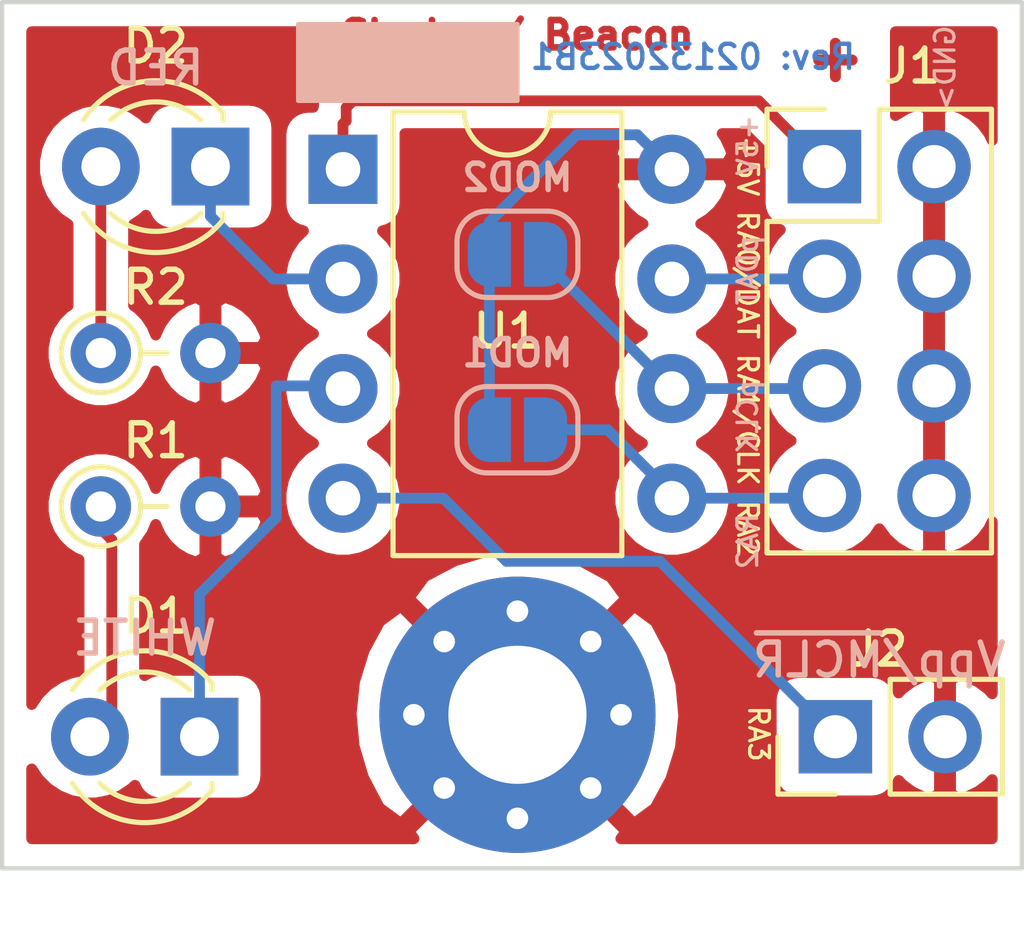
<source format=kicad_pcb>
(kicad_pcb (version 20171130) (host pcbnew "(5.1.5)-3")

  (general
    (thickness 1.6)
    (drawings 15)
    (tracks 41)
    (zones 0)
    (modules 10)
    (nets 11)
  )

  (page A4)
  (layers
    (0 F.Cu signal)
    (31 B.Cu signal)
    (32 B.Adhes user)
    (33 F.Adhes user)
    (34 B.Paste user)
    (35 F.Paste user)
    (36 B.SilkS user)
    (37 F.SilkS user)
    (38 B.Mask user)
    (39 F.Mask user)
    (40 Dwgs.User user)
    (41 Cmts.User user)
    (42 Eco1.User user)
    (43 Eco2.User user)
    (44 Edge.Cuts user)
    (45 Margin user)
    (46 B.CrtYd user)
    (47 F.CrtYd user)
    (48 B.Fab user)
    (49 F.Fab user)
  )

  (setup
    (last_trace_width 0.25)
    (trace_clearance 0.2)
    (zone_clearance 0.508)
    (zone_45_only no)
    (trace_min 0.2)
    (via_size 0.8)
    (via_drill 0.4)
    (via_min_size 0.4)
    (via_min_drill 0.3)
    (uvia_size 0.3)
    (uvia_drill 0.1)
    (uvias_allowed no)
    (uvia_min_size 0.2)
    (uvia_min_drill 0.1)
    (edge_width 0.05)
    (segment_width 0.2)
    (pcb_text_width 0.3)
    (pcb_text_size 1.5 1.5)
    (mod_edge_width 0.12)
    (mod_text_size 1 1)
    (mod_text_width 0.15)
    (pad_size 1.524 1.524)
    (pad_drill 0.762)
    (pad_to_mask_clearance 0.051)
    (solder_mask_min_width 0.25)
    (aux_axis_origin 0 0)
    (visible_elements 7FFFFFFF)
    (pcbplotparams
      (layerselection 0x010fc_ffffffff)
      (usegerberextensions false)
      (usegerberattributes false)
      (usegerberadvancedattributes false)
      (creategerberjobfile false)
      (excludeedgelayer true)
      (linewidth 0.100000)
      (plotframeref false)
      (viasonmask false)
      (mode 1)
      (useauxorigin false)
      (hpglpennumber 1)
      (hpglpenspeed 20)
      (hpglpendiameter 15.000000)
      (psnegative false)
      (psa4output false)
      (plotreference true)
      (plotvalue true)
      (plotinvisibletext false)
      (padsonsilk false)
      (subtractmaskfromsilk false)
      (outputformat 1)
      (mirror false)
      (drillshape 0)
      (scaleselection 1)
      (outputdirectory ""))
  )

  (net 0 "")
  (net 1 "Net-(D1-Pad2)")
  (net 2 "Net-(D1-Pad1)")
  (net 3 "Net-(D2-Pad2)")
  (net 4 "Net-(D2-Pad1)")
  (net 5 GND)
  (net 6 "Net-(J1-Pad3)")
  (net 7 +VDC)
  (net 8 "Net-(J2-Pad1)")
  (net 9 "Net-(J1-Pad7)")
  (net 10 "Net-(J1-Pad5)")

  (net_class Default "This is the default net class."
    (clearance 0.2)
    (trace_width 0.25)
    (via_dia 0.8)
    (via_drill 0.4)
    (uvia_dia 0.3)
    (uvia_drill 0.1)
    (add_net +VDC)
    (add_net GND)
    (add_net "Net-(D1-Pad1)")
    (add_net "Net-(D1-Pad2)")
    (add_net "Net-(D2-Pad1)")
    (add_net "Net-(D2-Pad2)")
    (add_net "Net-(J1-Pad3)")
    (add_net "Net-(J1-Pad5)")
    (add_net "Net-(J1-Pad7)")
    (add_net "Net-(J2-Pad1)")
  )

  (module MountingHole:MountingHole_3.2mm_M3_Pad_Via (layer F.Cu) (tedit 56DDBCCA) (tstamp 63FEEAA2)
    (at 115.062 103.632)
    (descr "Mounting Hole 3.2mm, M3")
    (tags "mounting hole 3.2mm m3")
    (path /63FF3BDC)
    (attr virtual)
    (fp_text reference H1 (at 0 -4.2) (layer F.SilkS) hide
      (effects (font (size 1 1) (thickness 0.15)))
    )
    (fp_text value MountingHole_Pad (at 0 4.2) (layer F.Fab)
      (effects (font (size 1 1) (thickness 0.15)))
    )
    (fp_circle (center 0 0) (end 3.45 0) (layer F.CrtYd) (width 0.05))
    (fp_circle (center 0 0) (end 3.2 0) (layer Cmts.User) (width 0.15))
    (fp_text user %R (at 0.3 0) (layer F.Fab)
      (effects (font (size 1 1) (thickness 0.15)))
    )
    (pad 1 thru_hole circle (at 1.697056 -1.697056) (size 0.8 0.8) (drill 0.5) (layers *.Cu *.Mask)
      (net 5 GND))
    (pad 1 thru_hole circle (at 0 -2.4) (size 0.8 0.8) (drill 0.5) (layers *.Cu *.Mask)
      (net 5 GND))
    (pad 1 thru_hole circle (at -1.697056 -1.697056) (size 0.8 0.8) (drill 0.5) (layers *.Cu *.Mask)
      (net 5 GND))
    (pad 1 thru_hole circle (at -2.4 0) (size 0.8 0.8) (drill 0.5) (layers *.Cu *.Mask)
      (net 5 GND))
    (pad 1 thru_hole circle (at -1.697056 1.697056) (size 0.8 0.8) (drill 0.5) (layers *.Cu *.Mask)
      (net 5 GND))
    (pad 1 thru_hole circle (at 0 2.4) (size 0.8 0.8) (drill 0.5) (layers *.Cu *.Mask)
      (net 5 GND))
    (pad 1 thru_hole circle (at 1.697056 1.697056) (size 0.8 0.8) (drill 0.5) (layers *.Cu *.Mask)
      (net 5 GND))
    (pad 1 thru_hole circle (at 2.4 0) (size 0.8 0.8) (drill 0.5) (layers *.Cu *.Mask)
      (net 5 GND))
    (pad 1 thru_hole circle (at 0 0) (size 6.4 6.4) (drill 3.2) (layers *.Cu *.Mask)
      (net 5 GND))
  )

  (module Resistor_THT:R_Axial_DIN0204_L3.6mm_D1.6mm_P2.54mm_Vertical (layer F.Cu) (tedit 5AE5139B) (tstamp 63EAA07A)
    (at 105.41 95.25)
    (descr "Resistor, Axial_DIN0204 series, Axial, Vertical, pin pitch=2.54mm, 0.167W, length*diameter=3.6*1.6mm^2, http://cdn-reichelt.de/documents/datenblatt/B400/1_4W%23YAG.pdf")
    (tags "Resistor Axial_DIN0204 series Axial Vertical pin pitch 2.54mm 0.167W length 3.6mm diameter 1.6mm")
    (path /63EB3300)
    (fp_text reference R2 (at 1.27 -1.524) (layer F.SilkS)
      (effects (font (size 0.762 0.762) (thickness 0.127)))
    )
    (fp_text value 330 (at 1.27 1.92) (layer F.Fab)
      (effects (font (size 1 1) (thickness 0.15)))
    )
    (fp_line (start 3.49 -1.05) (end -1.05 -1.05) (layer F.CrtYd) (width 0.05))
    (fp_line (start 3.49 1.05) (end 3.49 -1.05) (layer F.CrtYd) (width 0.05))
    (fp_line (start -1.05 1.05) (end 3.49 1.05) (layer F.CrtYd) (width 0.05))
    (fp_line (start -1.05 -1.05) (end -1.05 1.05) (layer F.CrtYd) (width 0.05))
    (fp_line (start 0.92 0) (end 1.54 0) (layer F.SilkS) (width 0.12))
    (fp_line (start 0 0) (end 2.54 0) (layer F.Fab) (width 0.1))
    (fp_circle (center 0 0) (end 0.92 0) (layer F.SilkS) (width 0.12))
    (fp_circle (center 0 0) (end 0.8 0) (layer F.Fab) (width 0.1))
    (pad 2 thru_hole oval (at 2.54 0) (size 1.4 1.4) (drill 0.7) (layers *.Cu *.Mask)
      (net 5 GND))
    (pad 1 thru_hole circle (at 0 0) (size 1.4 1.4) (drill 0.7) (layers *.Cu *.Mask)
      (net 3 "Net-(D2-Pad2)"))
    (model ${KISYS3DMOD}/Resistor_THT.3dshapes/R_Axial_DIN0204_L3.6mm_D1.6mm_P2.54mm_Vertical.wrl
      (at (xyz 0 0 0))
      (scale (xyz 1 1 1))
      (rotate (xyz 0 0 0))
    )
  )

  (module Resistor_THT:R_Axial_DIN0204_L3.6mm_D1.6mm_P2.54mm_Vertical (layer F.Cu) (tedit 5AE5139B) (tstamp 63EAA069)
    (at 105.41 98.806)
    (descr "Resistor, Axial_DIN0204 series, Axial, Vertical, pin pitch=2.54mm, 0.167W, length*diameter=3.6*1.6mm^2, http://cdn-reichelt.de/documents/datenblatt/B400/1_4W%23YAG.pdf")
    (tags "Resistor Axial_DIN0204 series Axial Vertical pin pitch 2.54mm 0.167W length 3.6mm diameter 1.6mm")
    (path /63EB410E)
    (fp_text reference R1 (at 1.27 -1.524) (layer F.SilkS)
      (effects (font (size 0.762 0.762) (thickness 0.127)))
    )
    (fp_text value 220 (at 1.27 1.92) (layer F.Fab)
      (effects (font (size 1 1) (thickness 0.15)))
    )
    (fp_line (start 3.49 -1.05) (end -1.05 -1.05) (layer F.CrtYd) (width 0.05))
    (fp_line (start 3.49 1.05) (end 3.49 -1.05) (layer F.CrtYd) (width 0.05))
    (fp_line (start -1.05 1.05) (end 3.49 1.05) (layer F.CrtYd) (width 0.05))
    (fp_line (start -1.05 -1.05) (end -1.05 1.05) (layer F.CrtYd) (width 0.05))
    (fp_line (start 0.92 0) (end 1.54 0) (layer F.SilkS) (width 0.12))
    (fp_line (start 0 0) (end 2.54 0) (layer F.Fab) (width 0.1))
    (fp_circle (center 0 0) (end 0.92 0) (layer F.SilkS) (width 0.12))
    (fp_circle (center 0 0) (end 0.8 0) (layer F.Fab) (width 0.1))
    (pad 2 thru_hole oval (at 2.54 0) (size 1.4 1.4) (drill 0.7) (layers *.Cu *.Mask)
      (net 5 GND))
    (pad 1 thru_hole circle (at 0 0) (size 1.4 1.4) (drill 0.7) (layers *.Cu *.Mask)
      (net 1 "Net-(D1-Pad2)"))
    (model ${KISYS3DMOD}/Resistor_THT.3dshapes/R_Axial_DIN0204_L3.6mm_D1.6mm_P2.54mm_Vertical.wrl
      (at (xyz 0 0 0))
      (scale (xyz 1 1 1))
      (rotate (xyz 0 0 0))
    )
  )

  (module Connector_PinHeader_2.54mm:PinHeader_2x04_P2.54mm_Vertical (layer F.Cu) (tedit 59FED5CC) (tstamp 63EACA7B)
    (at 122.174 90.932)
    (descr "Through hole straight pin header, 2x04, 2.54mm pitch, double rows")
    (tags "Through hole pin header THT 2x04 2.54mm double row")
    (path /63EC5C18)
    (fp_text reference J1 (at 2.032 -2.33) (layer F.SilkS)
      (effects (font (size 0.762 0.762) (thickness 0.127)))
    )
    (fp_text value ICP (at 1.27 9.95) (layer F.Fab)
      (effects (font (size 1 1) (thickness 0.15)))
    )
    (fp_line (start 4.35 -1.8) (end -1.8 -1.8) (layer F.CrtYd) (width 0.05))
    (fp_line (start 4.35 9.4) (end 4.35 -1.8) (layer F.CrtYd) (width 0.05))
    (fp_line (start -1.8 9.4) (end 4.35 9.4) (layer F.CrtYd) (width 0.05))
    (fp_line (start -1.8 -1.8) (end -1.8 9.4) (layer F.CrtYd) (width 0.05))
    (fp_line (start -1.33 -1.33) (end 0 -1.33) (layer F.SilkS) (width 0.12))
    (fp_line (start -1.33 0) (end -1.33 -1.33) (layer F.SilkS) (width 0.12))
    (fp_line (start 1.27 -1.33) (end 3.87 -1.33) (layer F.SilkS) (width 0.12))
    (fp_line (start 1.27 1.27) (end 1.27 -1.33) (layer F.SilkS) (width 0.12))
    (fp_line (start -1.33 1.27) (end 1.27 1.27) (layer F.SilkS) (width 0.12))
    (fp_line (start 3.87 -1.33) (end 3.87 8.95) (layer F.SilkS) (width 0.12))
    (fp_line (start -1.33 1.27) (end -1.33 8.95) (layer F.SilkS) (width 0.12))
    (fp_line (start -1.33 8.95) (end 3.87 8.95) (layer F.SilkS) (width 0.12))
    (fp_line (start -1.27 0) (end 0 -1.27) (layer F.Fab) (width 0.1))
    (fp_line (start -1.27 8.89) (end -1.27 0) (layer F.Fab) (width 0.1))
    (fp_line (start 3.81 8.89) (end -1.27 8.89) (layer F.Fab) (width 0.1))
    (fp_line (start 3.81 -1.27) (end 3.81 8.89) (layer F.Fab) (width 0.1))
    (fp_line (start 0 -1.27) (end 3.81 -1.27) (layer F.Fab) (width 0.1))
    (pad 8 thru_hole oval (at 2.54 7.62) (size 1.7 1.7) (drill 1) (layers *.Cu *.Mask)
      (net 5 GND))
    (pad 7 thru_hole oval (at 0 7.62) (size 1.7 1.7) (drill 1) (layers *.Cu *.Mask)
      (net 9 "Net-(J1-Pad7)"))
    (pad 6 thru_hole oval (at 2.54 5.08) (size 1.7 1.7) (drill 1) (layers *.Cu *.Mask)
      (net 5 GND))
    (pad 5 thru_hole oval (at 0 5.08) (size 1.7 1.7) (drill 1) (layers *.Cu *.Mask)
      (net 10 "Net-(J1-Pad5)"))
    (pad 4 thru_hole oval (at 2.54 2.54) (size 1.7 1.7) (drill 1) (layers *.Cu *.Mask)
      (net 5 GND))
    (pad 3 thru_hole oval (at 0 2.54) (size 1.7 1.7) (drill 1) (layers *.Cu *.Mask)
      (net 6 "Net-(J1-Pad3)"))
    (pad 2 thru_hole oval (at 2.54 0) (size 1.7 1.7) (drill 1) (layers *.Cu *.Mask)
      (net 5 GND))
    (pad 1 thru_hole rect (at 0 0) (size 1.7 1.7) (drill 1) (layers *.Cu *.Mask)
      (net 7 +VDC))
    (model ${KISYS3DMOD}/Connector_PinHeader_2.54mm.3dshapes/PinHeader_2x04_P2.54mm_Vertical.wrl
      (at (xyz 0 0 0))
      (scale (xyz 1 1 1))
      (rotate (xyz 0 0 0))
    )
  )

  (module Connector_PinHeader_2.54mm:PinHeader_1x02_P2.54mm_Vertical (layer F.Cu) (tedit 59FED5CC) (tstamp 63EABC7A)
    (at 122.428 104.14 90)
    (descr "Through hole straight pin header, 1x02, 2.54mm pitch, single row")
    (tags "Through hole pin header THT 1x02 2.54mm single row")
    (path /63EC0D2E)
    (fp_text reference J2 (at 2.032 1.016) (layer F.SilkS)
      (effects (font (size 0.762 0.762) (thickness 0.127)))
    )
    (fp_text value Vpp/~MCLR (at 1.778 1.016) (layer B.SilkS)
      (effects (font (size 0.762 0.762) (thickness 0.127)) (justify mirror))
    )
    (fp_line (start -0.635 -1.27) (end 1.27 -1.27) (layer F.Fab) (width 0.1))
    (fp_line (start 1.27 -1.27) (end 1.27 3.81) (layer F.Fab) (width 0.1))
    (fp_line (start 1.27 3.81) (end -1.27 3.81) (layer F.Fab) (width 0.1))
    (fp_line (start -1.27 3.81) (end -1.27 -0.635) (layer F.Fab) (width 0.1))
    (fp_line (start -1.27 -0.635) (end -0.635 -1.27) (layer F.Fab) (width 0.1))
    (fp_line (start -1.33 3.87) (end 1.33 3.87) (layer F.SilkS) (width 0.12))
    (fp_line (start -1.33 1.27) (end -1.33 3.87) (layer F.SilkS) (width 0.12))
    (fp_line (start 1.33 1.27) (end 1.33 3.87) (layer F.SilkS) (width 0.12))
    (fp_line (start -1.33 1.27) (end 1.33 1.27) (layer F.SilkS) (width 0.12))
    (fp_line (start -1.33 0) (end -1.33 -1.33) (layer F.SilkS) (width 0.12))
    (fp_line (start -1.33 -1.33) (end 0 -1.33) (layer F.SilkS) (width 0.12))
    (fp_line (start -1.8 -1.8) (end -1.8 4.35) (layer F.CrtYd) (width 0.05))
    (fp_line (start -1.8 4.35) (end 1.8 4.35) (layer F.CrtYd) (width 0.05))
    (fp_line (start 1.8 4.35) (end 1.8 -1.8) (layer F.CrtYd) (width 0.05))
    (fp_line (start 1.8 -1.8) (end -1.8 -1.8) (layer F.CrtYd) (width 0.05))
    (fp_text user %R (at 2.032 1.016) (layer F.SilkS)
      (effects (font (size 0.762 0.762) (thickness 0.127)))
    )
    (pad 1 thru_hole rect (at 0 0 90) (size 1.7 1.7) (drill 1) (layers *.Cu *.Mask)
      (net 8 "Net-(J2-Pad1)"))
    (pad 2 thru_hole oval (at 0 2.54 90) (size 1.7 1.7) (drill 1) (layers *.Cu *.Mask)
      (net 5 GND))
    (model ${KISYS3DMOD}/Connector_PinHeader_2.54mm.3dshapes/PinHeader_1x02_P2.54mm_Vertical.wrl
      (at (xyz 0 0 0))
      (scale (xyz 1 1 1))
      (rotate (xyz 0 0 0))
    )
  )

  (module Jumper:SolderJumper-2_P1.3mm_Open_RoundedPad1.0x1.5mm (layer B.Cu) (tedit 5B391E66) (tstamp 63EAA3E2)
    (at 115.062 97.028)
    (descr "SMD Solder Jumper, 1x1.5mm, rounded Pads, 0.3mm gap, open")
    (tags "solder jumper open")
    (path /63EAB581)
    (attr virtual)
    (fp_text reference JP1 (at -2.286 0 -90) (layer B.SilkS) hide
      (effects (font (size 0.762 0.762) (thickness 0.127)) (justify mirror))
    )
    (fp_text value MOD1 (at 0 -1.778) (layer B.SilkS)
      (effects (font (size 0.6096 0.6096) (thickness 0.127)) (justify mirror))
    )
    (fp_arc (start 0.7 0.3) (end 1.4 0.3) (angle 90) (layer B.SilkS) (width 0.12))
    (fp_arc (start 0.7 -0.3) (end 0.7 -1) (angle 90) (layer B.SilkS) (width 0.12))
    (fp_arc (start -0.7 -0.3) (end -1.4 -0.3) (angle 90) (layer B.SilkS) (width 0.12))
    (fp_arc (start -0.7 0.3) (end -0.7 1) (angle 90) (layer B.SilkS) (width 0.12))
    (fp_line (start -1.4 -0.3) (end -1.4 0.3) (layer B.SilkS) (width 0.12))
    (fp_line (start 0.7 -1) (end -0.7 -1) (layer B.SilkS) (width 0.12))
    (fp_line (start 1.4 0.3) (end 1.4 -0.3) (layer B.SilkS) (width 0.12))
    (fp_line (start -0.7 1) (end 0.7 1) (layer B.SilkS) (width 0.12))
    (fp_line (start -1.65 1.25) (end 1.65 1.25) (layer B.CrtYd) (width 0.05))
    (fp_line (start -1.65 1.25) (end -1.65 -1.25) (layer B.CrtYd) (width 0.05))
    (fp_line (start 1.65 -1.25) (end 1.65 1.25) (layer B.CrtYd) (width 0.05))
    (fp_line (start 1.65 -1.25) (end -1.65 -1.25) (layer B.CrtYd) (width 0.05))
    (pad 1 smd custom (at -0.65 0) (size 1 0.5) (layers B.Cu B.Mask)
      (net 5 GND) (zone_connect 2)
      (options (clearance outline) (anchor rect))
      (primitives
        (gr_circle (center 0 -0.25) (end 0.5 -0.25) (width 0))
        (gr_circle (center 0 0.25) (end 0.5 0.25) (width 0))
        (gr_poly (pts
           (xy 0 0.75) (xy 0.5 0.75) (xy 0.5 -0.75) (xy 0 -0.75)) (width 0))
      ))
    (pad 2 smd custom (at 0.65 0) (size 1 0.5) (layers B.Cu B.Mask)
      (net 9 "Net-(J1-Pad7)") (zone_connect 2)
      (options (clearance outline) (anchor rect))
      (primitives
        (gr_circle (center 0 -0.25) (end 0.5 -0.25) (width 0))
        (gr_circle (center 0 0.25) (end 0.5 0.25) (width 0))
        (gr_poly (pts
           (xy 0 0.75) (xy -0.5 0.75) (xy -0.5 -0.75) (xy 0 -0.75)) (width 0))
      ))
  )

  (module Jumper:SolderJumper-2_P1.3mm_Open_RoundedPad1.0x1.5mm (layer B.Cu) (tedit 5B391E66) (tstamp 63EAA7CE)
    (at 115.062 92.964)
    (descr "SMD Solder Jumper, 1x1.5mm, rounded Pads, 0.3mm gap, open")
    (tags "solder jumper open")
    (path /63EAAD15)
    (attr virtual)
    (fp_text reference JP2 (at -2.286 0 -90) (layer B.SilkS) hide
      (effects (font (size 0.762 0.762) (thickness 0.127)) (justify mirror))
    )
    (fp_text value MOD2 (at 0 -1.778) (layer B.SilkS)
      (effects (font (size 0.6096 0.6096) (thickness 0.127)) (justify mirror))
    )
    (fp_arc (start 0.7 0.3) (end 1.4 0.3) (angle 90) (layer B.SilkS) (width 0.12))
    (fp_arc (start 0.7 -0.3) (end 0.7 -1) (angle 90) (layer B.SilkS) (width 0.12))
    (fp_arc (start -0.7 -0.3) (end -1.4 -0.3) (angle 90) (layer B.SilkS) (width 0.12))
    (fp_arc (start -0.7 0.3) (end -0.7 1) (angle 90) (layer B.SilkS) (width 0.12))
    (fp_line (start -1.4 -0.3) (end -1.4 0.3) (layer B.SilkS) (width 0.12))
    (fp_line (start 0.7 -1) (end -0.7 -1) (layer B.SilkS) (width 0.12))
    (fp_line (start 1.4 0.3) (end 1.4 -0.3) (layer B.SilkS) (width 0.12))
    (fp_line (start -0.7 1) (end 0.7 1) (layer B.SilkS) (width 0.12))
    (fp_line (start -1.65 1.25) (end 1.65 1.25) (layer B.CrtYd) (width 0.05))
    (fp_line (start -1.65 1.25) (end -1.65 -1.25) (layer B.CrtYd) (width 0.05))
    (fp_line (start 1.65 -1.25) (end 1.65 1.25) (layer B.CrtYd) (width 0.05))
    (fp_line (start 1.65 -1.25) (end -1.65 -1.25) (layer B.CrtYd) (width 0.05))
    (pad 1 smd custom (at -0.65 0) (size 1 0.5) (layers B.Cu B.Mask)
      (net 5 GND) (zone_connect 2)
      (options (clearance outline) (anchor rect))
      (primitives
        (gr_circle (center 0 -0.25) (end 0.5 -0.25) (width 0))
        (gr_circle (center 0 0.25) (end 0.5 0.25) (width 0))
        (gr_poly (pts
           (xy 0 0.75) (xy 0.5 0.75) (xy 0.5 -0.75) (xy 0 -0.75)) (width 0))
      ))
    (pad 2 smd custom (at 0.65 0) (size 1 0.5) (layers B.Cu B.Mask)
      (net 10 "Net-(J1-Pad5)") (zone_connect 2)
      (options (clearance outline) (anchor rect))
      (primitives
        (gr_circle (center 0 -0.25) (end 0.5 -0.25) (width 0))
        (gr_circle (center 0 0.25) (end 0.5 0.25) (width 0))
        (gr_poly (pts
           (xy 0 0.75) (xy -0.5 0.75) (xy -0.5 -0.75) (xy 0 -0.75)) (width 0))
      ))
  )

  (module Package_DIP:DIP-8_W7.62mm (layer F.Cu) (tedit 5A02E8C5) (tstamp 63EAA096)
    (at 111.02 90.994)
    (descr "8-lead though-hole mounted DIP package, row spacing 7.62 mm (300 mils)")
    (tags "THT DIP DIL PDIP 2.54mm 7.62mm 300mil")
    (path /63EA8ACF)
    (fp_text reference U1 (at 3.788 3.748) (layer F.SilkS)
      (effects (font (size 0.762 0.762) (thickness 0.127)))
    )
    (fp_text value PIC12F1822-IMC (at 3.81 9.95) (layer F.Fab)
      (effects (font (size 1 1) (thickness 0.15)))
    )
    (fp_line (start 8.7 -1.55) (end -1.1 -1.55) (layer F.CrtYd) (width 0.05))
    (fp_line (start 8.7 9.15) (end 8.7 -1.55) (layer F.CrtYd) (width 0.05))
    (fp_line (start -1.1 9.15) (end 8.7 9.15) (layer F.CrtYd) (width 0.05))
    (fp_line (start -1.1 -1.55) (end -1.1 9.15) (layer F.CrtYd) (width 0.05))
    (fp_line (start 6.46 -1.33) (end 4.81 -1.33) (layer F.SilkS) (width 0.12))
    (fp_line (start 6.46 8.95) (end 6.46 -1.33) (layer F.SilkS) (width 0.12))
    (fp_line (start 1.16 8.95) (end 6.46 8.95) (layer F.SilkS) (width 0.12))
    (fp_line (start 1.16 -1.33) (end 1.16 8.95) (layer F.SilkS) (width 0.12))
    (fp_line (start 2.81 -1.33) (end 1.16 -1.33) (layer F.SilkS) (width 0.12))
    (fp_line (start 0.635 -0.27) (end 1.635 -1.27) (layer F.Fab) (width 0.1))
    (fp_line (start 0.635 8.89) (end 0.635 -0.27) (layer F.Fab) (width 0.1))
    (fp_line (start 6.985 8.89) (end 0.635 8.89) (layer F.Fab) (width 0.1))
    (fp_line (start 6.985 -1.27) (end 6.985 8.89) (layer F.Fab) (width 0.1))
    (fp_line (start 1.635 -1.27) (end 6.985 -1.27) (layer F.Fab) (width 0.1))
    (fp_arc (start 3.81 -1.33) (end 2.81 -1.33) (angle -180) (layer F.SilkS) (width 0.12))
    (pad 8 thru_hole oval (at 7.62 0) (size 1.6 1.6) (drill 0.8) (layers *.Cu *.Mask)
      (net 5 GND))
    (pad 4 thru_hole oval (at 0 7.62) (size 1.6 1.6) (drill 0.8) (layers *.Cu *.Mask)
      (net 8 "Net-(J2-Pad1)"))
    (pad 7 thru_hole oval (at 7.62 2.54) (size 1.6 1.6) (drill 0.8) (layers *.Cu *.Mask)
      (net 6 "Net-(J1-Pad3)"))
    (pad 3 thru_hole oval (at 0 5.08) (size 1.6 1.6) (drill 0.8) (layers *.Cu *.Mask)
      (net 2 "Net-(D1-Pad1)"))
    (pad 6 thru_hole oval (at 7.62 5.08) (size 1.6 1.6) (drill 0.8) (layers *.Cu *.Mask)
      (net 10 "Net-(J1-Pad5)"))
    (pad 2 thru_hole oval (at 0 2.54) (size 1.6 1.6) (drill 0.8) (layers *.Cu *.Mask)
      (net 4 "Net-(D2-Pad1)"))
    (pad 5 thru_hole oval (at 7.62 7.62) (size 1.6 1.6) (drill 0.8) (layers *.Cu *.Mask)
      (net 9 "Net-(J1-Pad7)"))
    (pad 1 thru_hole rect (at 0 0) (size 1.6 1.6) (drill 0.8) (layers *.Cu *.Mask)
      (net 7 +VDC))
    (model ${KISYS3DMOD}/Package_DIP.3dshapes/DIP-8_W7.62mm.wrl
      (at (xyz 0 0 0))
      (scale (xyz 1 1 1))
      (rotate (xyz 0 0 0))
    )
  )

  (module LED_THT:LED_D3.0mm (layer F.Cu) (tedit 587A3A7B) (tstamp 63EAA040)
    (at 107.95 90.932 180)
    (descr "LED, diameter 3.0mm, 2 pins")
    (tags "LED diameter 3.0mm 2 pins")
    (path /63EB28AD)
    (fp_text reference D2 (at 1.27 2.794) (layer F.SilkS)
      (effects (font (size 0.762 0.762) (thickness 0.127)))
    )
    (fp_text value RED (at 1.27 2.286) (layer B.SilkS)
      (effects (font (size 0.762 0.762) (thickness 0.127)) (justify mirror))
    )
    (fp_line (start 3.7 -2.25) (end -1.15 -2.25) (layer F.CrtYd) (width 0.05))
    (fp_line (start 3.7 2.25) (end 3.7 -2.25) (layer F.CrtYd) (width 0.05))
    (fp_line (start -1.15 2.25) (end 3.7 2.25) (layer F.CrtYd) (width 0.05))
    (fp_line (start -1.15 -2.25) (end -1.15 2.25) (layer F.CrtYd) (width 0.05))
    (fp_line (start -0.29 1.08) (end -0.29 1.236) (layer F.SilkS) (width 0.12))
    (fp_line (start -0.29 -1.236) (end -0.29 -1.08) (layer F.SilkS) (width 0.12))
    (fp_line (start -0.23 -1.16619) (end -0.23 1.16619) (layer F.Fab) (width 0.1))
    (fp_circle (center 1.27 0) (end 2.77 0) (layer F.Fab) (width 0.1))
    (fp_arc (start 1.27 0) (end 0.229039 1.08) (angle -87.9) (layer F.SilkS) (width 0.12))
    (fp_arc (start 1.27 0) (end 0.229039 -1.08) (angle 87.9) (layer F.SilkS) (width 0.12))
    (fp_arc (start 1.27 0) (end -0.29 1.235516) (angle -108.8) (layer F.SilkS) (width 0.12))
    (fp_arc (start 1.27 0) (end -0.29 -1.235516) (angle 108.8) (layer F.SilkS) (width 0.12))
    (fp_arc (start 1.27 0) (end -0.23 -1.16619) (angle 284.3) (layer F.Fab) (width 0.1))
    (pad 2 thru_hole circle (at 2.54 0 180) (size 1.8 1.8) (drill 0.9) (layers *.Cu *.Mask)
      (net 3 "Net-(D2-Pad2)"))
    (pad 1 thru_hole rect (at 0 0 180) (size 1.8 1.8) (drill 0.9) (layers *.Cu *.Mask)
      (net 4 "Net-(D2-Pad1)"))
    (model ${KISYS3DMOD}/LED_THT.3dshapes/LED_D3.0mm.wrl
      (at (xyz 0 0 0))
      (scale (xyz 1 1 1))
      (rotate (xyz 0 0 0))
    )
  )

  (module LED_THT:LED_D3.0mm_Clear (layer F.Cu) (tedit 5A6C9BC0) (tstamp 63EAA02D)
    (at 107.696 104.14 180)
    (descr "IR-LED, diameter 3.0mm, 2 pins, color: clear")
    (tags "IR infrared LED diameter 3.0mm 2 pins clear")
    (path /63EB1F13)
    (fp_text reference D1 (at 1.016 2.794) (layer F.SilkS)
      (effects (font (size 0.762 0.762) (thickness 0.127)))
    )
    (fp_text value WHITE (at 1.27 2.286) (layer B.SilkS)
      (effects (font (size 0.762 0.762) (thickness 0.127)) (justify mirror))
    )
    (fp_line (start -0.23 -1.16619) (end -0.23 1.16619) (layer F.Fab) (width 0.1))
    (fp_line (start -0.29 -1.236) (end -0.29 -1.08) (layer F.SilkS) (width 0.12))
    (fp_line (start -0.29 1.08) (end -0.29 1.236) (layer F.SilkS) (width 0.12))
    (fp_line (start -1.15 -2.25) (end -1.15 2.25) (layer F.CrtYd) (width 0.05))
    (fp_line (start -1.15 2.25) (end 3.7 2.25) (layer F.CrtYd) (width 0.05))
    (fp_line (start 3.7 2.25) (end 3.7 -2.25) (layer F.CrtYd) (width 0.05))
    (fp_line (start 3.7 -2.25) (end -1.15 -2.25) (layer F.CrtYd) (width 0.05))
    (fp_circle (center 1.27 0) (end 2.77 0) (layer F.Fab) (width 0.1))
    (fp_arc (start 1.27 0) (end -0.23 -1.16619) (angle 284.3) (layer F.Fab) (width 0.1))
    (fp_arc (start 1.27 0) (end -0.29 -1.235516) (angle 108.8) (layer F.SilkS) (width 0.12))
    (fp_arc (start 1.27 0) (end -0.29 1.235516) (angle -108.8) (layer F.SilkS) (width 0.12))
    (fp_arc (start 1.27 0) (end 0.229039 -1.08) (angle 87.9) (layer F.SilkS) (width 0.12))
    (fp_arc (start 1.27 0) (end 0.229039 1.08) (angle -87.9) (layer F.SilkS) (width 0.12))
    (pad 1 thru_hole rect (at 0 0 180) (size 1.8 1.8) (drill 0.9) (layers *.Cu *.Mask)
      (net 2 "Net-(D1-Pad1)"))
    (pad 2 thru_hole circle (at 2.54 0 180) (size 1.8 1.8) (drill 0.9) (layers *.Cu *.Mask)
      (net 1 "Net-(D1-Pad2)"))
    (model ${KISYS3DMOD}/LED_THT.3dshapes/LED_D3.0mm_Clear.wrl
      (at (xyz 0 0 0))
      (scale (xyz 1 1 1))
      (rotate (xyz 0 0 0))
    )
  )

  (gr_poly (pts (xy 115.062 89.408) (xy 109.982 89.408) (xy 109.982 87.63) (xy 115.062 87.63)) (layer B.SilkS) (width 0.1))
  (gr_text RA3 (at 120.65 103.378 -90) (layer F.SilkS) (tstamp 63ECC057)
    (effects (font (size 0.4572 0.4572) (thickness 0.0762)) (justify left))
  )
  (gr_text + (at 122.428 88.392) (layer F.Mask) (tstamp 63EBCE67)
    (effects (font (size 1.016 1.016) (thickness 0.254)))
  )
  (gr_text + (at 122.428 88.392) (layer F.Cu)
    (effects (font (size 1.016 1.016) (thickness 0.254)))
  )
  (gr_text "+5V RA0/DAT RA1/CLK RA2" (at 120.396 90.17 -90) (layer F.SilkS) (tstamp 63EB45EA)
    (effects (font (size 0.4572 0.4572) (thickness 0.0762)) (justify left))
  )
  (gr_text "Rev: 02132023B1" (at 119.126 88.392) (layer B.Mask) (tstamp 63EB444A)
    (effects (font (size 0.5588 0.5588) (thickness 0.1016)) (justify mirror))
  )
  (gr_text "Rev: 02132023B1" (at 119.126 88.392) (layer B.Cu) (tstamp 63EB4440)
    (effects (font (size 0.5588 0.5588) (thickness 0.1016)) (justify mirror))
  )
  (gr_text GND> (at 124.968 88.646 90) (layer B.SilkS) (tstamp 63EB4087)
    (effects (font (size 0.4572 0.4572) (thickness 0.0762)) (justify mirror))
  )
  (gr_text "+5V    pDAT     pCLK    RA2" (at 120.396 94.996 90) (layer B.SilkS) (tstamp 63EB4026)
    (effects (font (size 0.4572 0.4572) (thickness 0.0762)) (justify mirror))
  )
  (gr_text "Strobe / Beacon\n" (at 115.062 87.884) (layer F.Mask) (tstamp 63EB3F67)
    (effects (font (size 0.635 0.635) (thickness 0.1524)))
  )
  (gr_text "Strobe / Beacon\n" (at 115.062 87.884) (layer F.Cu)
    (effects (font (size 0.635 0.635) (thickness 0.1524)))
  )
  (gr_line (start 126.746 87.122) (end 126.746 107.188) (layer Edge.Cuts) (width 0.1))
  (gr_line (start 103.124 87.122) (end 126.746 87.122) (layer Edge.Cuts) (width 0.1))
  (gr_line (start 103.124 107.188) (end 103.124 87.122) (layer Edge.Cuts) (width 0.1))
  (gr_line (start 126.746 107.188) (end 103.124 107.188) (layer Edge.Cuts) (width 0.1) (tstamp 63EAAFEF))

  (segment (start 105.664 99.577) (end 105.401 99.314) (width 0.25) (layer F.Cu) (net 1))
  (segment (start 105.156 104.14) (end 105.664 103.632) (width 0.25) (layer F.Cu) (net 1))
  (segment (start 105.664 103.632) (end 105.664 99.577) (width 0.25) (layer F.Cu) (net 1))
  (segment (start 109.474 99.06) (end 107.696 100.838) (width 0.25) (layer B.Cu) (net 2))
  (segment (start 109.474 96.012) (end 109.474 99.06) (width 0.25) (layer B.Cu) (net 2))
  (segment (start 107.696 100.838) (end 107.696 104.14) (width 0.25) (layer B.Cu) (net 2))
  (segment (start 111.02 96.074) (end 110.958 96.012) (width 0.25) (layer B.Cu) (net 2))
  (segment (start 110.958 96.012) (end 109.474 96.012) (width 0.25) (layer B.Cu) (net 2))
  (segment (start 105.41 95.513) (end 105.655 95.758) (width 0.25) (layer F.Cu) (net 3))
  (segment (start 105.41 90.932) (end 105.41 95.513) (width 0.25) (layer F.Cu) (net 3))
  (segment (start 109.88863 93.534) (end 111.02 93.534) (width 0.25) (layer B.Cu) (net 4))
  (segment (start 109.402 93.534) (end 109.88863 93.534) (width 0.25) (layer B.Cu) (net 4))
  (segment (start 107.95 92.082) (end 109.402 93.534) (width 0.25) (layer B.Cu) (net 4))
  (segment (start 107.95 90.932) (end 107.95 92.082) (width 0.25) (layer B.Cu) (net 4))
  (segment (start 114.412 96.280408) (end 114.412 92.964) (width 0.25) (layer B.Cu) (net 5))
  (segment (start 114.412 97.028) (end 114.412 96.280408) (width 0.25) (layer B.Cu) (net 5))
  (segment (start 116.434407 90.194001) (end 114.412 92.216408) (width 0.25) (layer B.Cu) (net 5))
  (segment (start 117.840001 90.194001) (end 116.434407 90.194001) (width 0.25) (layer B.Cu) (net 5))
  (segment (start 114.412 92.216408) (end 114.412 92.964) (width 0.25) (layer B.Cu) (net 5))
  (segment (start 118.64 90.994) (end 117.840001 90.194001) (width 0.25) (layer B.Cu) (net 5))
  (segment (start 122.236 93.534) (end 122.428 93.726) (width 0.25) (layer B.Cu) (net 6))
  (segment (start 118.578 93.534) (end 122.174 93.534) (width 0.25) (layer B.Cu) (net 6))
  (segment (start 122.174 90.932) (end 122.428 91.186) (width 0.25) (layer F.Cu) (net 7))
  (segment (start 111.02 90.994) (end 111.02 89.944) (width 0.25) (layer F.Cu) (net 7))
  (segment (start 120.65 89.408) (end 122.174 90.932) (width 0.25) (layer F.Cu) (net 7))
  (segment (start 111.02 89.944) (end 111.095001 89.868999) (width 0.25) (layer F.Cu) (net 7))
  (segment (start 111.095001 89.868999) (end 111.095001 89.564999) (width 0.25) (layer F.Cu) (net 7))
  (segment (start 111.095001 89.564999) (end 111.252 89.408) (width 0.25) (layer F.Cu) (net 7))
  (segment (start 111.252 89.408) (end 120.65 89.408) (width 0.25) (layer F.Cu) (net 7))
  (segment (start 113.346 98.614) (end 111.02 98.614) (width 0.25) (layer B.Cu) (net 8))
  (segment (start 114.808 100.076) (end 113.346 98.614) (width 0.25) (layer B.Cu) (net 8))
  (segment (start 122.428 104.14) (end 118.364 100.076) (width 0.25) (layer B.Cu) (net 8))
  (segment (start 118.364 100.076) (end 114.808 100.076) (width 0.25) (layer B.Cu) (net 8))
  (segment (start 122.112 98.614) (end 122.174 98.552) (width 0.25) (layer B.Cu) (net 9))
  (segment (start 118.64 98.614) (end 122.112 98.614) (width 0.25) (layer B.Cu) (net 9))
  (segment (start 117.152 97.028) (end 115.824 97.028) (width 0.25) (layer B.Cu) (net 9))
  (segment (start 118.618 98.494) (end 117.152 97.028) (width 0.25) (layer B.Cu) (net 9))
  (segment (start 122.236 96.074) (end 122.428 96.266) (width 0.25) (layer B.Cu) (net 10))
  (segment (start 118.64 96.074) (end 122.236 96.074) (width 0.25) (layer B.Cu) (net 10))
  (segment (start 115.712 93.146) (end 115.712 92.964) (width 0.25) (layer B.Cu) (net 10))
  (segment (start 118.64 96.074) (end 115.712 93.146) (width 0.25) (layer B.Cu) (net 10))

  (zone (net 5) (net_name GND) (layer F.Cu) (tstamp 63FFAF04) (hatch edge 0.508)
    (connect_pads (clearance 0.508))
    (min_thickness 0.254)
    (fill yes (arc_segments 32) (thermal_gap 0.508) (thermal_bridge_width 0.508))
    (polygon
      (pts
        (xy 126.492 107.188) (xy 103.124 107.188) (xy 103.124 87.122) (xy 126.492 87.122)
      )
    )
    (filled_polygon
      (pts
        (xy 110.283776 89.1286) (xy 110.469976 89.1286) (xy 110.460027 89.140723) (xy 110.389455 89.272752) (xy 110.345998 89.416013)
        (xy 110.335001 89.527666) (xy 110.335001 89.527677) (xy 110.332218 89.555928) (xy 110.22 89.555928) (xy 110.095518 89.568188)
        (xy 109.97582 89.604498) (xy 109.865506 89.663463) (xy 109.768815 89.742815) (xy 109.689463 89.839506) (xy 109.630498 89.94982)
        (xy 109.594188 90.069518) (xy 109.581928 90.194) (xy 109.581928 91.794) (xy 109.594188 91.918482) (xy 109.630498 92.03818)
        (xy 109.689463 92.148494) (xy 109.768815 92.245185) (xy 109.865506 92.324537) (xy 109.97582 92.383502) (xy 110.095518 92.419812)
        (xy 110.103961 92.420643) (xy 109.905363 92.619241) (xy 109.74832 92.854273) (xy 109.640147 93.115426) (xy 109.585 93.392665)
        (xy 109.585 93.675335) (xy 109.640147 93.952574) (xy 109.74832 94.213727) (xy 109.905363 94.448759) (xy 110.105241 94.648637)
        (xy 110.337759 94.804) (xy 110.105241 94.959363) (xy 109.905363 95.159241) (xy 109.74832 95.394273) (xy 109.640147 95.655426)
        (xy 109.585 95.932665) (xy 109.585 96.215335) (xy 109.640147 96.492574) (xy 109.74832 96.753727) (xy 109.905363 96.988759)
        (xy 110.105241 97.188637) (xy 110.337759 97.344) (xy 110.105241 97.499363) (xy 109.905363 97.699241) (xy 109.74832 97.934273)
        (xy 109.640147 98.195426) (xy 109.585 98.472665) (xy 109.585 98.755335) (xy 109.640147 99.032574) (xy 109.74832 99.293727)
        (xy 109.905363 99.528759) (xy 110.105241 99.728637) (xy 110.340273 99.88568) (xy 110.601426 99.993853) (xy 110.878665 100.049)
        (xy 111.161335 100.049) (xy 111.438574 99.993853) (xy 111.699727 99.88568) (xy 111.934759 99.728637) (xy 112.134637 99.528759)
        (xy 112.29168 99.293727) (xy 112.399853 99.032574) (xy 112.455 98.755335) (xy 112.455 98.472665) (xy 112.399853 98.195426)
        (xy 112.29168 97.934273) (xy 112.134637 97.699241) (xy 111.934759 97.499363) (xy 111.702241 97.344) (xy 111.934759 97.188637)
        (xy 112.134637 96.988759) (xy 112.29168 96.753727) (xy 112.399853 96.492574) (xy 112.455 96.215335) (xy 112.455 95.932665)
        (xy 112.399853 95.655426) (xy 112.29168 95.394273) (xy 112.134637 95.159241) (xy 111.934759 94.959363) (xy 111.702241 94.804)
        (xy 111.934759 94.648637) (xy 112.134637 94.448759) (xy 112.29168 94.213727) (xy 112.399853 93.952574) (xy 112.455 93.675335)
        (xy 112.455 93.392665) (xy 117.205 93.392665) (xy 117.205 93.675335) (xy 117.260147 93.952574) (xy 117.36832 94.213727)
        (xy 117.525363 94.448759) (xy 117.725241 94.648637) (xy 117.957759 94.804) (xy 117.725241 94.959363) (xy 117.525363 95.159241)
        (xy 117.36832 95.394273) (xy 117.260147 95.655426) (xy 117.205 95.932665) (xy 117.205 96.215335) (xy 117.260147 96.492574)
        (xy 117.36832 96.753727) (xy 117.525363 96.988759) (xy 117.725241 97.188637) (xy 117.957759 97.344) (xy 117.725241 97.499363)
        (xy 117.525363 97.699241) (xy 117.36832 97.934273) (xy 117.260147 98.195426) (xy 117.205 98.472665) (xy 117.205 98.755335)
        (xy 117.260147 99.032574) (xy 117.36832 99.293727) (xy 117.525363 99.528759) (xy 117.725241 99.728637) (xy 117.960273 99.88568)
        (xy 118.221426 99.993853) (xy 118.498665 100.049) (xy 118.781335 100.049) (xy 119.058574 99.993853) (xy 119.319727 99.88568)
        (xy 119.554759 99.728637) (xy 119.754637 99.528759) (xy 119.91168 99.293727) (xy 120.019853 99.032574) (xy 120.075 98.755335)
        (xy 120.075 98.472665) (xy 120.019853 98.195426) (xy 119.91168 97.934273) (xy 119.754637 97.699241) (xy 119.554759 97.499363)
        (xy 119.322241 97.344) (xy 119.554759 97.188637) (xy 119.754637 96.988759) (xy 119.91168 96.753727) (xy 120.019853 96.492574)
        (xy 120.075 96.215335) (xy 120.075 95.932665) (xy 120.019853 95.655426) (xy 119.91168 95.394273) (xy 119.754637 95.159241)
        (xy 119.554759 94.959363) (xy 119.322241 94.804) (xy 119.554759 94.648637) (xy 119.754637 94.448759) (xy 119.91168 94.213727)
        (xy 120.019853 93.952574) (xy 120.075 93.675335) (xy 120.075 93.392665) (xy 120.019853 93.115426) (xy 119.91168 92.854273)
        (xy 119.754637 92.619241) (xy 119.554759 92.419363) (xy 119.319727 92.26232) (xy 119.309135 92.257933) (xy 119.495131 92.146385)
        (xy 119.703519 91.957414) (xy 119.871037 91.73142) (xy 119.991246 91.477087) (xy 120.031904 91.343039) (xy 119.909915 91.121)
        (xy 118.767 91.121) (xy 118.767 91.141) (xy 118.513 91.141) (xy 118.513 91.121) (xy 117.370085 91.121)
        (xy 117.248096 91.343039) (xy 117.288754 91.477087) (xy 117.408963 91.73142) (xy 117.576481 91.957414) (xy 117.784869 92.146385)
        (xy 117.970865 92.257933) (xy 117.960273 92.26232) (xy 117.725241 92.419363) (xy 117.525363 92.619241) (xy 117.36832 92.854273)
        (xy 117.260147 93.115426) (xy 117.205 93.392665) (xy 112.455 93.392665) (xy 112.399853 93.115426) (xy 112.29168 92.854273)
        (xy 112.134637 92.619241) (xy 111.936039 92.420643) (xy 111.944482 92.419812) (xy 112.06418 92.383502) (xy 112.174494 92.324537)
        (xy 112.271185 92.245185) (xy 112.350537 92.148494) (xy 112.409502 92.03818) (xy 112.445812 91.918482) (xy 112.458072 91.794)
        (xy 112.458072 90.194) (xy 112.455511 90.168) (xy 117.474623 90.168) (xy 117.408963 90.25658) (xy 117.288754 90.510913)
        (xy 117.248096 90.644961) (xy 117.370085 90.867) (xy 118.513 90.867) (xy 118.513 90.847) (xy 118.767 90.847)
        (xy 118.767 90.867) (xy 119.909915 90.867) (xy 120.031904 90.644961) (xy 119.991246 90.510913) (xy 119.871037 90.25658)
        (xy 119.805377 90.168) (xy 120.335199 90.168) (xy 120.685928 90.51873) (xy 120.685928 91.782) (xy 120.698188 91.906482)
        (xy 120.734498 92.02618) (xy 120.793463 92.136494) (xy 120.872815 92.233185) (xy 120.969506 92.312537) (xy 121.07982 92.371502)
        (xy 121.15238 92.393513) (xy 121.020525 92.525368) (xy 120.85801 92.768589) (xy 120.746068 93.038842) (xy 120.689 93.32574)
        (xy 120.689 93.61826) (xy 120.746068 93.905158) (xy 120.85801 94.175411) (xy 121.020525 94.418632) (xy 121.227368 94.625475)
        (xy 121.40176 94.742) (xy 121.227368 94.858525) (xy 121.020525 95.065368) (xy 120.85801 95.308589) (xy 120.746068 95.578842)
        (xy 120.689 95.86574) (xy 120.689 96.15826) (xy 120.746068 96.445158) (xy 120.85801 96.715411) (xy 121.020525 96.958632)
        (xy 121.227368 97.165475) (xy 121.40176 97.282) (xy 121.227368 97.398525) (xy 121.020525 97.605368) (xy 120.85801 97.848589)
        (xy 120.746068 98.118842) (xy 120.689 98.40574) (xy 120.689 98.69826) (xy 120.746068 98.985158) (xy 120.85801 99.255411)
        (xy 121.020525 99.498632) (xy 121.227368 99.705475) (xy 121.470589 99.86799) (xy 121.740842 99.979932) (xy 122.02774 100.037)
        (xy 122.32026 100.037) (xy 122.607158 99.979932) (xy 122.877411 99.86799) (xy 123.120632 99.705475) (xy 123.327475 99.498632)
        (xy 123.4451 99.322594) (xy 123.616412 99.552269) (xy 123.832645 99.747178) (xy 124.082748 99.896157) (xy 124.357109 99.993481)
        (xy 124.587 99.872814) (xy 124.587 98.679) (xy 124.567 98.679) (xy 124.567 98.425) (xy 124.587 98.425)
        (xy 124.587 96.139) (xy 124.567 96.139) (xy 124.567 95.885) (xy 124.587 95.885) (xy 124.587 93.599)
        (xy 124.567 93.599) (xy 124.567 93.345) (xy 124.587 93.345) (xy 124.587 91.059) (xy 124.567 91.059)
        (xy 124.567 90.805) (xy 124.587 90.805) (xy 124.587 89.611186) (xy 124.357109 89.490519) (xy 124.082748 89.587843)
        (xy 123.832645 89.736822) (xy 123.818953 89.749164) (xy 123.818953 87.807) (xy 126.061 87.807) (xy 126.061 90.323295)
        (xy 125.985641 90.16508) (xy 125.811588 89.931731) (xy 125.595355 89.736822) (xy 125.345252 89.587843) (xy 125.070891 89.490519)
        (xy 124.841 89.611186) (xy 124.841 90.805) (xy 124.861 90.805) (xy 124.861 91.059) (xy 124.841 91.059)
        (xy 124.841 93.345) (xy 124.861 93.345) (xy 124.861 93.599) (xy 124.841 93.599) (xy 124.841 95.885)
        (xy 124.861 95.885) (xy 124.861 96.139) (xy 124.841 96.139) (xy 124.841 98.425) (xy 124.861 98.425)
        (xy 124.861 98.679) (xy 124.841 98.679) (xy 124.841 99.872814) (xy 125.070891 99.993481) (xy 125.345252 99.896157)
        (xy 125.595355 99.747178) (xy 125.811588 99.552269) (xy 125.985641 99.31892) (xy 126.061001 99.160704) (xy 126.061001 103.145289)
        (xy 125.968269 103.042412) (xy 125.73492 102.868359) (xy 125.472099 102.743175) (xy 125.32489 102.698524) (xy 125.095 102.819845)
        (xy 125.095 104.013) (xy 125.115 104.013) (xy 125.115 104.267) (xy 125.095 104.267) (xy 125.095 105.460155)
        (xy 125.32489 105.581476) (xy 125.472099 105.536825) (xy 125.73492 105.411641) (xy 125.968269 105.237588) (xy 126.061001 105.134711)
        (xy 126.061001 106.503) (xy 117.45814 106.503) (xy 117.583276 106.332881) (xy 115.062 103.811605) (xy 112.540724 106.332881)
        (xy 112.66586 106.503) (xy 103.809 106.503) (xy 103.809 104.886998) (xy 103.963688 105.118505) (xy 104.177495 105.332312)
        (xy 104.428905 105.500299) (xy 104.708257 105.616011) (xy 105.004816 105.675) (xy 105.307184 105.675) (xy 105.603743 105.616011)
        (xy 105.883095 105.500299) (xy 106.134505 105.332312) (xy 106.200944 105.265873) (xy 106.206498 105.28418) (xy 106.265463 105.394494)
        (xy 106.344815 105.491185) (xy 106.441506 105.570537) (xy 106.55182 105.629502) (xy 106.671518 105.665812) (xy 106.796 105.678072)
        (xy 108.596 105.678072) (xy 108.720482 105.665812) (xy 108.84018 105.629502) (xy 108.950494 105.570537) (xy 109.047185 105.491185)
        (xy 109.126537 105.394494) (xy 109.185502 105.28418) (xy 109.221812 105.164482) (xy 109.234072 105.04) (xy 109.234072 103.607695)
        (xy 111.20852 103.607695) (xy 111.277822 104.359938) (xy 111.492548 105.084208) (xy 111.844445 105.75267) (xy 111.871452 105.793088)
        (xy 112.361119 106.153276) (xy 114.882395 103.632) (xy 115.241605 103.632) (xy 117.762881 106.153276) (xy 118.252548 105.793088)
        (xy 118.612849 105.129118) (xy 118.836694 104.407615) (xy 118.91548 103.656305) (xy 118.881734 103.29) (xy 120.939928 103.29)
        (xy 120.939928 104.99) (xy 120.952188 105.114482) (xy 120.988498 105.23418) (xy 121.047463 105.344494) (xy 121.126815 105.441185)
        (xy 121.223506 105.520537) (xy 121.33382 105.579502) (xy 121.453518 105.615812) (xy 121.578 105.628072) (xy 123.278 105.628072)
        (xy 123.402482 105.615812) (xy 123.52218 105.579502) (xy 123.632494 105.520537) (xy 123.729185 105.441185) (xy 123.808537 105.344494)
        (xy 123.867502 105.23418) (xy 123.891966 105.153534) (xy 123.967731 105.237588) (xy 124.20108 105.411641) (xy 124.463901 105.536825)
        (xy 124.61111 105.581476) (xy 124.841 105.460155) (xy 124.841 104.267) (xy 124.821 104.267) (xy 124.821 104.013)
        (xy 124.841 104.013) (xy 124.841 102.819845) (xy 124.61111 102.698524) (xy 124.463901 102.743175) (xy 124.20108 102.868359)
        (xy 123.967731 103.042412) (xy 123.891966 103.126466) (xy 123.867502 103.04582) (xy 123.808537 102.935506) (xy 123.729185 102.838815)
        (xy 123.632494 102.759463) (xy 123.52218 102.700498) (xy 123.402482 102.664188) (xy 123.278 102.651928) (xy 121.578 102.651928)
        (xy 121.453518 102.664188) (xy 121.33382 102.700498) (xy 121.223506 102.759463) (xy 121.126815 102.838815) (xy 121.047463 102.935506)
        (xy 120.988498 103.04582) (xy 120.952188 103.165518) (xy 120.939928 103.29) (xy 118.881734 103.29) (xy 118.846178 102.904062)
        (xy 118.631452 102.179792) (xy 118.279555 101.51133) (xy 118.252548 101.470912) (xy 117.762881 101.110724) (xy 115.241605 103.632)
        (xy 114.882395 103.632) (xy 112.361119 101.110724) (xy 111.871452 101.470912) (xy 111.511151 102.134882) (xy 111.287306 102.856385)
        (xy 111.20852 103.607695) (xy 109.234072 103.607695) (xy 109.234072 103.24) (xy 109.221812 103.115518) (xy 109.185502 102.99582)
        (xy 109.126537 102.885506) (xy 109.047185 102.788815) (xy 108.950494 102.709463) (xy 108.84018 102.650498) (xy 108.720482 102.614188)
        (xy 108.596 102.601928) (xy 106.796 102.601928) (xy 106.671518 102.614188) (xy 106.55182 102.650498) (xy 106.441506 102.709463)
        (xy 106.424 102.72383) (xy 106.424 100.931119) (xy 112.540724 100.931119) (xy 115.062 103.452395) (xy 117.583276 100.931119)
        (xy 117.223088 100.441452) (xy 116.559118 100.081151) (xy 115.837615 99.857306) (xy 115.086305 99.77852) (xy 114.334062 99.847822)
        (xy 113.609792 100.062548) (xy 112.94133 100.414445) (xy 112.900912 100.441452) (xy 112.540724 100.931119) (xy 106.424 100.931119)
        (xy 106.424 99.679975) (xy 106.446962 99.657013) (xy 106.593061 99.438359) (xy 106.682494 99.22245) (xy 106.689953 99.247044)
        (xy 106.800208 99.484392) (xy 106.954649 99.69567) (xy 107.14734 99.872759) (xy 107.370877 100.008853) (xy 107.61667 100.098722)
        (xy 107.823 99.976201) (xy 107.823 98.933) (xy 108.077 98.933) (xy 108.077 99.976201) (xy 108.28333 100.098722)
        (xy 108.529123 100.008853) (xy 108.75266 99.872759) (xy 108.945351 99.69567) (xy 109.099792 99.484392) (xy 109.210047 99.247044)
        (xy 109.242716 99.139329) (xy 109.119374 98.933) (xy 108.077 98.933) (xy 107.823 98.933) (xy 107.803 98.933)
        (xy 107.803 98.679) (xy 107.823 98.679) (xy 107.823 97.635799) (xy 108.077 97.635799) (xy 108.077 98.679)
        (xy 109.119374 98.679) (xy 109.242716 98.472671) (xy 109.210047 98.364956) (xy 109.099792 98.127608) (xy 108.945351 97.91633)
        (xy 108.75266 97.739241) (xy 108.529123 97.603147) (xy 108.28333 97.513278) (xy 108.077 97.635799) (xy 107.823 97.635799)
        (xy 107.61667 97.513278) (xy 107.370877 97.603147) (xy 107.14734 97.739241) (xy 106.954649 97.91633) (xy 106.800208 98.127608)
        (xy 106.689953 98.364956) (xy 106.682494 98.38955) (xy 106.593061 98.173641) (xy 106.446962 97.954987) (xy 106.261013 97.769038)
        (xy 106.042359 97.622939) (xy 105.799405 97.522304) (xy 105.541486 97.471) (xy 105.278514 97.471) (xy 105.020595 97.522304)
        (xy 104.777641 97.622939) (xy 104.558987 97.769038) (xy 104.373038 97.954987) (xy 104.226939 98.173641) (xy 104.126304 98.416595)
        (xy 104.075 98.674514) (xy 104.075 98.937486) (xy 104.126304 99.195405) (xy 104.226939 99.438359) (xy 104.373038 99.657013)
        (xy 104.558987 99.842962) (xy 104.777641 99.989061) (xy 104.904001 100.041401) (xy 104.904 102.625053) (xy 104.708257 102.663989)
        (xy 104.428905 102.779701) (xy 104.177495 102.947688) (xy 103.963688 103.161495) (xy 103.809 103.393002) (xy 103.809 90.780816)
        (xy 103.875 90.780816) (xy 103.875 91.083184) (xy 103.933989 91.379743) (xy 104.049701 91.659095) (xy 104.217688 91.910505)
        (xy 104.431495 92.124312) (xy 104.65 92.270313) (xy 104.650001 94.152225) (xy 104.558987 94.213038) (xy 104.373038 94.398987)
        (xy 104.226939 94.617641) (xy 104.126304 94.860595) (xy 104.075 95.118514) (xy 104.075 95.381486) (xy 104.126304 95.639405)
        (xy 104.226939 95.882359) (xy 104.373038 96.101013) (xy 104.558987 96.286962) (xy 104.777641 96.433061) (xy 105.020595 96.533696)
        (xy 105.278514 96.585) (xy 105.541486 96.585) (xy 105.799405 96.533696) (xy 106.042359 96.433061) (xy 106.261013 96.286962)
        (xy 106.446962 96.101013) (xy 106.593061 95.882359) (xy 106.682494 95.66645) (xy 106.689953 95.691044) (xy 106.800208 95.928392)
        (xy 106.954649 96.13967) (xy 107.14734 96.316759) (xy 107.370877 96.452853) (xy 107.61667 96.542722) (xy 107.823 96.420201)
        (xy 107.823 95.377) (xy 108.077 95.377) (xy 108.077 96.420201) (xy 108.28333 96.542722) (xy 108.529123 96.452853)
        (xy 108.75266 96.316759) (xy 108.945351 96.13967) (xy 109.099792 95.928392) (xy 109.210047 95.691044) (xy 109.242716 95.583329)
        (xy 109.119374 95.377) (xy 108.077 95.377) (xy 107.823 95.377) (xy 107.803 95.377) (xy 107.803 95.123)
        (xy 107.823 95.123) (xy 107.823 94.079799) (xy 108.077 94.079799) (xy 108.077 95.123) (xy 109.119374 95.123)
        (xy 109.242716 94.916671) (xy 109.210047 94.808956) (xy 109.099792 94.571608) (xy 108.945351 94.36033) (xy 108.75266 94.183241)
        (xy 108.529123 94.047147) (xy 108.28333 93.957278) (xy 108.077 94.079799) (xy 107.823 94.079799) (xy 107.61667 93.957278)
        (xy 107.370877 94.047147) (xy 107.14734 94.183241) (xy 106.954649 94.36033) (xy 106.800208 94.571608) (xy 106.689953 94.808956)
        (xy 106.682494 94.83355) (xy 106.593061 94.617641) (xy 106.446962 94.398987) (xy 106.261013 94.213038) (xy 106.17 94.152225)
        (xy 106.17 92.270313) (xy 106.388505 92.124312) (xy 106.454944 92.057873) (xy 106.460498 92.07618) (xy 106.519463 92.186494)
        (xy 106.598815 92.283185) (xy 106.695506 92.362537) (xy 106.80582 92.421502) (xy 106.925518 92.457812) (xy 107.05 92.470072)
        (xy 108.85 92.470072) (xy 108.974482 92.457812) (xy 109.09418 92.421502) (xy 109.204494 92.362537) (xy 109.301185 92.283185)
        (xy 109.380537 92.186494) (xy 109.439502 92.07618) (xy 109.475812 91.956482) (xy 109.488072 91.832) (xy 109.488072 90.032)
        (xy 109.475812 89.907518) (xy 109.439502 89.78782) (xy 109.380537 89.677506) (xy 109.301185 89.580815) (xy 109.204494 89.501463)
        (xy 109.09418 89.442498) (xy 108.974482 89.406188) (xy 108.85 89.393928) (xy 107.05 89.393928) (xy 106.925518 89.406188)
        (xy 106.80582 89.442498) (xy 106.695506 89.501463) (xy 106.598815 89.580815) (xy 106.519463 89.677506) (xy 106.460498 89.78782)
        (xy 106.454944 89.806127) (xy 106.388505 89.739688) (xy 106.137095 89.571701) (xy 105.857743 89.455989) (xy 105.561184 89.397)
        (xy 105.258816 89.397) (xy 104.962257 89.455989) (xy 104.682905 89.571701) (xy 104.431495 89.739688) (xy 104.217688 89.953495)
        (xy 104.049701 90.204905) (xy 103.933989 90.484257) (xy 103.875 90.780816) (xy 103.809 90.780816) (xy 103.809 87.807)
        (xy 110.283776 87.807)
      )
    )
  )
)

</source>
